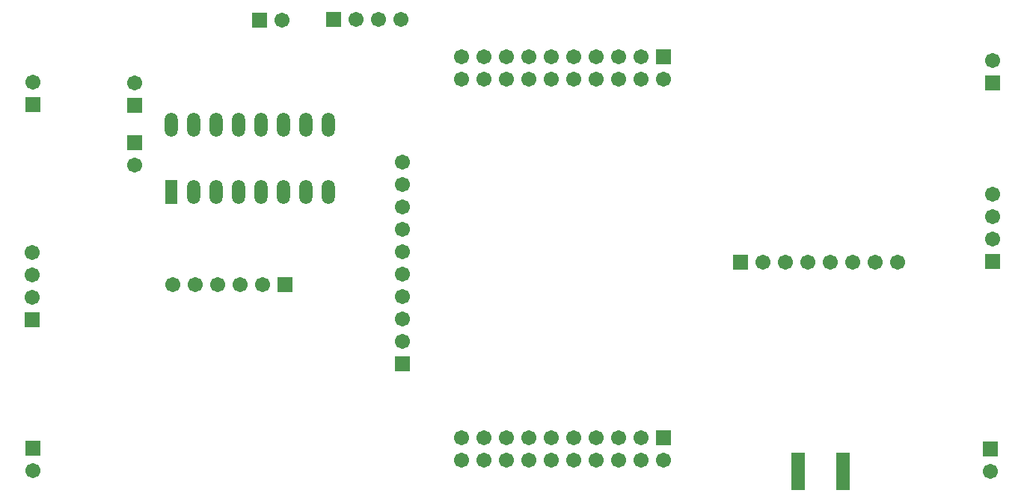
<source format=gbs>
G04 Layer_Color=16711935*
%FSLAX25Y25*%
%MOIN*%
G70*
G01*
G75*
%ADD76R,0.05918X0.16548*%
%ADD78O,0.05800X0.10800*%
%ADD79R,0.05800X0.10800*%
%ADD80R,0.06706X0.06706*%
%ADD81C,0.06706*%
%ADD82R,0.06706X0.06706*%
D76*
X388761Y109274D02*
D03*
X408839D02*
D03*
D78*
X179545Y264100D02*
D03*
X169545D02*
D03*
X159545D02*
D03*
X149545D02*
D03*
X139545D02*
D03*
X129545D02*
D03*
X119545D02*
D03*
X109545D02*
D03*
X179545Y234100D02*
D03*
X169545D02*
D03*
X159545D02*
D03*
X149545D02*
D03*
X139545D02*
D03*
X129545D02*
D03*
X119545D02*
D03*
D79*
X109545D02*
D03*
D80*
X475400Y282600D02*
D03*
X475500Y203000D02*
D03*
X47400Y177000D02*
D03*
X93042Y272642D02*
D03*
Y256043D02*
D03*
X47700Y273000D02*
D03*
X474400Y119400D02*
D03*
X47800Y119500D02*
D03*
X212500Y157300D02*
D03*
D81*
X475400Y292600D02*
D03*
X158900Y310800D02*
D03*
X212000Y311100D02*
D03*
X202000D02*
D03*
X192000D02*
D03*
X475500Y233000D02*
D03*
Y223000D02*
D03*
Y213000D02*
D03*
X47400Y207000D02*
D03*
Y197000D02*
D03*
Y187000D02*
D03*
X93042Y282643D02*
D03*
Y246042D02*
D03*
X47700Y283000D02*
D03*
X474400Y109400D02*
D03*
X47800Y109500D02*
D03*
X318800Y114300D02*
D03*
X328800D02*
D03*
X298800D02*
D03*
X308800D02*
D03*
X278800D02*
D03*
X288800D02*
D03*
X268800D02*
D03*
X258800D02*
D03*
X238800D02*
D03*
X248800D02*
D03*
X318800Y124300D02*
D03*
X308800D02*
D03*
X288800D02*
D03*
X298800D02*
D03*
X268800D02*
D03*
X278800D02*
D03*
X258800D02*
D03*
X248800D02*
D03*
X238800D02*
D03*
X373100Y202600D02*
D03*
X383100D02*
D03*
X393100D02*
D03*
X403100D02*
D03*
X413100D02*
D03*
X423100D02*
D03*
X433100D02*
D03*
X150015Y192500D02*
D03*
X140015D02*
D03*
X130015D02*
D03*
X120015D02*
D03*
X110015D02*
D03*
X328800Y284300D02*
D03*
X318800Y294300D02*
D03*
Y284300D02*
D03*
X308800Y294300D02*
D03*
Y284300D02*
D03*
X298800Y294300D02*
D03*
Y284300D02*
D03*
X288800Y294300D02*
D03*
Y284300D02*
D03*
X278800Y294300D02*
D03*
Y284300D02*
D03*
X268800Y294300D02*
D03*
Y284300D02*
D03*
X258800Y294300D02*
D03*
Y284300D02*
D03*
X248800Y294300D02*
D03*
Y284300D02*
D03*
X238800Y294300D02*
D03*
Y284300D02*
D03*
X212500Y217300D02*
D03*
Y227300D02*
D03*
Y237300D02*
D03*
Y167300D02*
D03*
Y177300D02*
D03*
Y207300D02*
D03*
Y247300D02*
D03*
Y187300D02*
D03*
Y197300D02*
D03*
D82*
X148900Y310800D02*
D03*
X182000Y311100D02*
D03*
X328800Y124300D02*
D03*
X363100Y202600D02*
D03*
X160015Y192500D02*
D03*
X328800Y294300D02*
D03*
M02*

</source>
